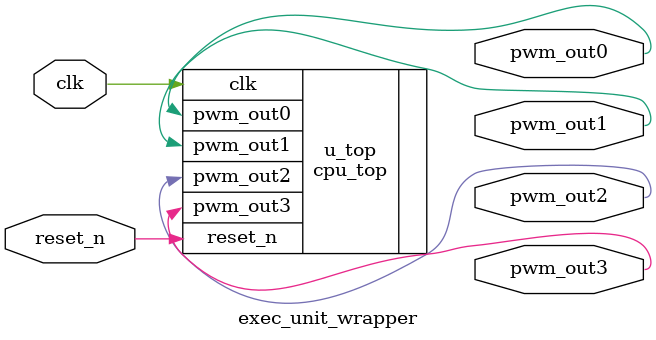
<source format=v>
module exec_unit_wrapper(
    input wire clk,
    input wire reset_n,

    output wire pwm_out0,
    output wire pwm_out1,
    output wire pwm_out2,
    output wire pwm_out3
);
    cpu_top u_top(
        .clk(clk),
        .reset_n(reset_n),
        .pwm_out0(pwm_out0),
        .pwm_out1(pwm_out1),
        .pwm_out2(pwm_out2),
        .pwm_out3(pwm_out3)
    );
endmodule

</source>
